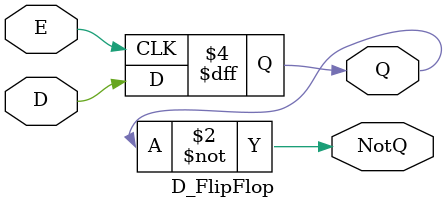
<source format=v>
module D_FlipFlop(
    input D,
    input E, 
    output reg Q,
    output NotQ
    );
    
    initial begin
        Q <= 0;
     end
     
    always @(posedge E) begin
        if(E)
            Q <= D;
    end 
    
    assign NotQ = ~Q;
endmodule

</source>
